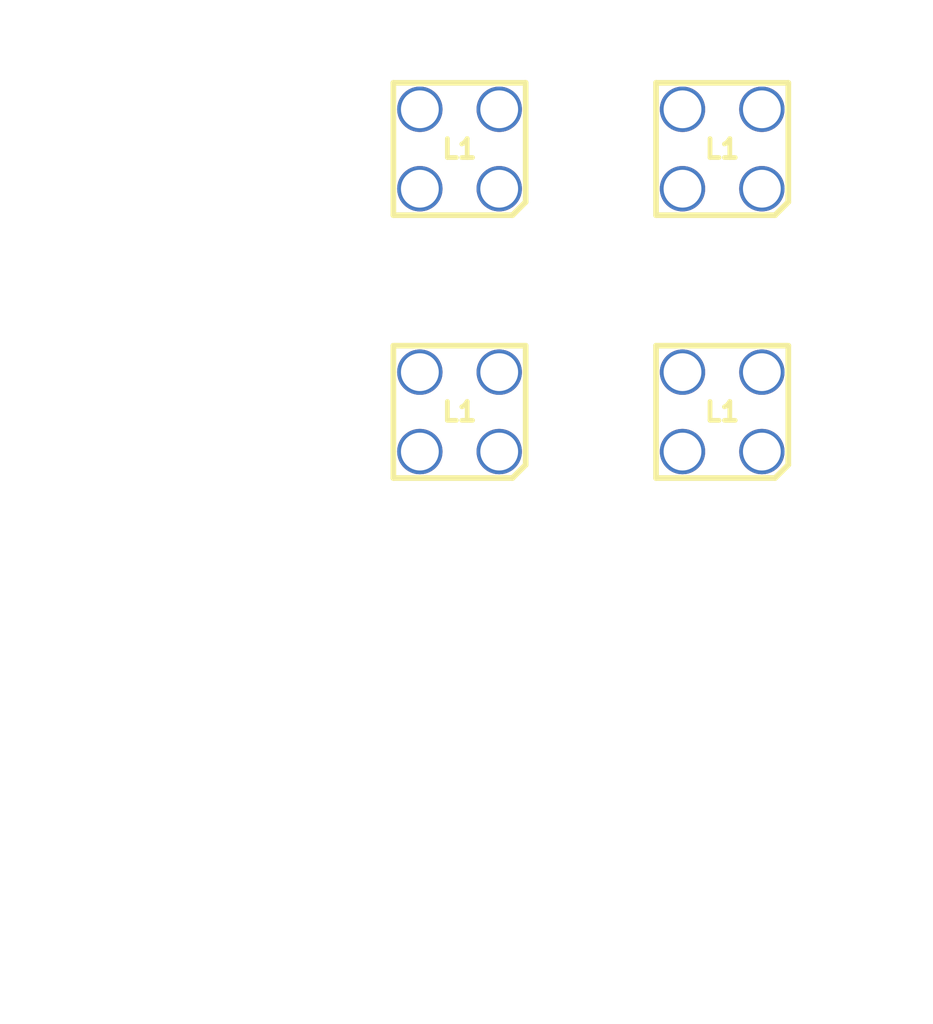
<source format=kicad_pcb>
(kicad_pcb (version 20171130) (host pcbnew "(5.1.6)-1")

  (general
    (thickness 1.6)
    (drawings 48)
    (tracks 0)
    (zones 0)
    (modules 16)
    (nets 1)
  )

  (page A4)
  (layers
    (0 F.Cu signal hide)
    (31 B.Cu signal hide)
    (32 B.Adhes user hide)
    (33 F.Adhes user hide)
    (34 B.Paste user hide)
    (35 F.Paste user hide)
    (36 B.SilkS user hide)
    (37 F.SilkS user hide)
    (38 B.Mask user hide)
    (39 F.Mask user hide)
    (40 Dwgs.User user)
    (41 Cmts.User user hide)
    (42 Eco1.User user hide)
    (43 Eco2.User user hide)
    (44 Edge.Cuts user hide)
    (45 Margin user hide)
    (46 B.CrtYd user hide)
    (47 F.CrtYd user hide)
    (48 B.Fab user hide)
    (49 F.Fab user hide)
  )

  (setup
    (last_trace_width 0.25)
    (trace_clearance 0.2)
    (zone_clearance 0.508)
    (zone_45_only no)
    (trace_min 0.2)
    (via_size 0.8)
    (via_drill 0.4)
    (via_min_size 0.4)
    (via_min_drill 0.3)
    (uvia_size 0.3)
    (uvia_drill 0.1)
    (uvias_allowed no)
    (uvia_min_size 0.2)
    (uvia_min_drill 0.1)
    (edge_width 0.05)
    (segment_width 0.2)
    (pcb_text_width 0.3)
    (pcb_text_size 1.5 1.5)
    (mod_edge_width 0.12)
    (mod_text_size 1 1)
    (mod_text_width 0.15)
    (pad_size 1.524 1.524)
    (pad_drill 0.762)
    (pad_to_mask_clearance 0.05)
    (aux_axis_origin 0 0)
    (visible_elements 7FFFFFFF)
    (pcbplotparams
      (layerselection 0x010fc_ffffffff)
      (usegerberextensions false)
      (usegerberattributes true)
      (usegerberadvancedattributes true)
      (creategerberjobfile true)
      (excludeedgelayer true)
      (linewidth 0.100000)
      (plotframeref false)
      (viasonmask false)
      (mode 1)
      (useauxorigin false)
      (hpglpennumber 1)
      (hpglpenspeed 20)
      (hpglpendiameter 15.000000)
      (psnegative false)
      (psa4output false)
      (plotreference true)
      (plotvalue true)
      (plotinvisibletext false)
      (padsonsilk false)
      (subtractmaskfromsilk false)
      (outputformat 1)
      (mirror false)
      (drillshape 1)
      (scaleselection 1)
      (outputdirectory ""))
  )

  (net 0 "")

  (net_class Default "This is the default net class."
    (clearance 0.2)
    (trace_width 0.25)
    (via_dia 0.8)
    (via_drill 0.4)
    (uvia_dia 0.3)
    (uvia_drill 0.1)
  )

  (module WoodElf_Lib:LED_NeoPixel_3535_SK6812MINI (layer F.Cu) (tedit 5F351992) (tstamp 5F358165)
    (at -3.465 -16.185)
    (descr https://cdn-shop.adafruit.com/product-files/2686/SK6812MINI_REV.01-1-2.pdf)
    (tags "LED RGB NeoPixel Mini")
    (attr smd)
    (fp_text reference L1 (at 0 0) (layer F.SilkS)
      (effects (font (size 0.5 0.5) (thickness 0.125)))
    )
    (fp_text value NeoPixel3535 (at 0 3.25) (layer F.Fab)
      (effects (font (size 1 1) (thickness 0.15)))
    )
    (fp_line (start -1.75 -1.75) (end -1.75 1.75) (layer Dwgs.User) (width 0.05))
    (fp_line (start -1.75 1.75) (end 1.75 1.75) (layer Dwgs.User) (width 0.05))
    (fp_line (start 1.75 1.75) (end 1.75 -1.75) (layer Dwgs.User) (width 0.05))
    (fp_line (start 1.75 -1.75) (end -1.75 -1.75) (layer Dwgs.User) (width 0.05))
    (fp_line (start 1.75 0.75) (end 0.75 1.75) (layer F.Fab) (width 0.1))
    (fp_line (start -1.75 -1.75) (end -1.75 1.75) (layer F.Fab) (width 0.1))
    (fp_line (start -1.75 1.75) (end 1.75 1.75) (layer F.Fab) (width 0.1))
    (fp_line (start 1.75 1.75) (end 1.75 -1.75) (layer F.Fab) (width 0.1))
    (fp_line (start 1.75 -1.75) (end -1.75 -1.75) (layer F.Fab) (width 0.1))
    (fp_circle (center 0 0) (end 0 -1.5) (layer F.Fab) (width 0.1))
    (fp_line (start 1.75 -1.75) (end 1.75 1.4) (layer F.SilkS) (width 0.15))
    (fp_line (start 1.4 1.75) (end -1.75 1.75) (layer F.SilkS) (width 0.15))
    (fp_line (start -1.75 1.75) (end -1.75 -1.75) (layer F.SilkS) (width 0.15))
    (fp_line (start -1.75 -1.75) (end 1.75 -1.75) (layer F.SilkS) (width 0.15))
    (fp_line (start 1.4 1.75) (end 1.75 1.4) (layer F.SilkS) (width 0.15))
    (fp_text user %R (at 0 0) (layer F.Fab)
      (effects (font (size 0.5 0.5) (thickness 0.1)))
    )
    (pad 1 thru_hole circle (at -1.05 -1.05) (size 1.2 1.2) (drill 1) (layers *.Cu *.Mask)
      (solder_mask_margin 0.1) (clearance 0.1))
    (pad 2 thru_hole circle (at -1.05 1.05) (size 1.2 1.2) (drill 1) (layers *.Cu *.Mask)
      (solder_mask_margin 0.1) (clearance 0.1))
    (pad 3 thru_hole circle (at 1.05 1.05) (size 1.2 1.2) (drill 1) (layers *.Cu *.Mask)
      (solder_mask_margin 0.1) (clearance 0.1))
    (pad 4 thru_hole circle (at 1.05 -1.05) (size 1.2 1.2) (drill 1) (layers *.Cu *.Mask)
      (solder_mask_margin 0.1) (clearance 0.1))
    (model ${KISYS3DMOD}/LED_SMD.3dshapes/LED_SK6812MINI_PLCC4_3.5x3.5mm_P1.75mm.wrl
      (at (xyz 0 0 0))
      (scale (xyz 1 1 1))
      (rotate (xyz 0 0 0))
    )
  )

  (module WoodElf_Lib:LED_NeoPixel_3535_SK6812MINI (layer F.Cu) (tedit 5F351992) (tstamp 5F3581EF)
    (at 3.485 -16.185)
    (descr https://cdn-shop.adafruit.com/product-files/2686/SK6812MINI_REV.01-1-2.pdf)
    (tags "LED RGB NeoPixel Mini")
    (attr smd)
    (fp_text reference L1 (at 0 0) (layer F.SilkS)
      (effects (font (size 0.5 0.5) (thickness 0.125)))
    )
    (fp_text value NeoPixel3535 (at 0 3.25) (layer F.Fab)
      (effects (font (size 1 1) (thickness 0.15)))
    )
    (fp_line (start 1.4 1.75) (end 1.75 1.4) (layer F.SilkS) (width 0.15))
    (fp_line (start -1.75 -1.75) (end 1.75 -1.75) (layer F.SilkS) (width 0.15))
    (fp_line (start -1.75 1.75) (end -1.75 -1.75) (layer F.SilkS) (width 0.15))
    (fp_line (start 1.4 1.75) (end -1.75 1.75) (layer F.SilkS) (width 0.15))
    (fp_line (start 1.75 -1.75) (end 1.75 1.4) (layer F.SilkS) (width 0.15))
    (fp_circle (center 0 0) (end 0 -1.5) (layer F.Fab) (width 0.1))
    (fp_line (start 1.75 -1.75) (end -1.75 -1.75) (layer F.Fab) (width 0.1))
    (fp_line (start 1.75 1.75) (end 1.75 -1.75) (layer F.Fab) (width 0.1))
    (fp_line (start -1.75 1.75) (end 1.75 1.75) (layer F.Fab) (width 0.1))
    (fp_line (start -1.75 -1.75) (end -1.75 1.75) (layer F.Fab) (width 0.1))
    (fp_line (start 1.75 0.75) (end 0.75 1.75) (layer F.Fab) (width 0.1))
    (fp_line (start 1.75 -1.75) (end -1.75 -1.75) (layer Dwgs.User) (width 0.05))
    (fp_line (start 1.75 1.75) (end 1.75 -1.75) (layer Dwgs.User) (width 0.05))
    (fp_line (start -1.75 1.75) (end 1.75 1.75) (layer Dwgs.User) (width 0.05))
    (fp_line (start -1.75 -1.75) (end -1.75 1.75) (layer Dwgs.User) (width 0.05))
    (fp_text user %R (at 0 0) (layer F.Fab)
      (effects (font (size 0.5 0.5) (thickness 0.1)))
    )
    (pad 4 thru_hole circle (at 1.05 -1.05) (size 1.2 1.2) (drill 1) (layers *.Cu *.Mask)
      (solder_mask_margin 0.1) (clearance 0.1))
    (pad 3 thru_hole circle (at 1.05 1.05) (size 1.2 1.2) (drill 1) (layers *.Cu *.Mask)
      (solder_mask_margin 0.1) (clearance 0.1))
    (pad 2 thru_hole circle (at -1.05 1.05) (size 1.2 1.2) (drill 1) (layers *.Cu *.Mask)
      (solder_mask_margin 0.1) (clearance 0.1))
    (pad 1 thru_hole circle (at -1.05 -1.05) (size 1.2 1.2) (drill 1) (layers *.Cu *.Mask)
      (solder_mask_margin 0.1) (clearance 0.1))
    (model ${KISYS3DMOD}/LED_SMD.3dshapes/LED_SK6812MINI_PLCC4_3.5x3.5mm_P1.75mm.wrl
      (at (xyz 0 0 0))
      (scale (xyz 1 1 1))
      (rotate (xyz 0 0 0))
    )
  )

  (module WoodElf_Lib:LED_NeoPixel_3535_SK6812MINI (layer F.Cu) (tedit 5F351992) (tstamp 5F358234)
    (at 3.485 -23.135)
    (descr https://cdn-shop.adafruit.com/product-files/2686/SK6812MINI_REV.01-1-2.pdf)
    (tags "LED RGB NeoPixel Mini")
    (attr smd)
    (fp_text reference L1 (at 0 0) (layer F.SilkS)
      (effects (font (size 0.5 0.5) (thickness 0.125)))
    )
    (fp_text value NeoPixel3535 (at 0 3.25) (layer F.Fab)
      (effects (font (size 1 1) (thickness 0.15)))
    )
    (fp_line (start -1.75 -1.75) (end -1.75 1.75) (layer Dwgs.User) (width 0.05))
    (fp_line (start -1.75 1.75) (end 1.75 1.75) (layer Dwgs.User) (width 0.05))
    (fp_line (start 1.75 1.75) (end 1.75 -1.75) (layer Dwgs.User) (width 0.05))
    (fp_line (start 1.75 -1.75) (end -1.75 -1.75) (layer Dwgs.User) (width 0.05))
    (fp_line (start 1.75 0.75) (end 0.75 1.75) (layer F.Fab) (width 0.1))
    (fp_line (start -1.75 -1.75) (end -1.75 1.75) (layer F.Fab) (width 0.1))
    (fp_line (start -1.75 1.75) (end 1.75 1.75) (layer F.Fab) (width 0.1))
    (fp_line (start 1.75 1.75) (end 1.75 -1.75) (layer F.Fab) (width 0.1))
    (fp_line (start 1.75 -1.75) (end -1.75 -1.75) (layer F.Fab) (width 0.1))
    (fp_circle (center 0 0) (end 0 -1.5) (layer F.Fab) (width 0.1))
    (fp_line (start 1.75 -1.75) (end 1.75 1.4) (layer F.SilkS) (width 0.15))
    (fp_line (start 1.4 1.75) (end -1.75 1.75) (layer F.SilkS) (width 0.15))
    (fp_line (start -1.75 1.75) (end -1.75 -1.75) (layer F.SilkS) (width 0.15))
    (fp_line (start -1.75 -1.75) (end 1.75 -1.75) (layer F.SilkS) (width 0.15))
    (fp_line (start 1.4 1.75) (end 1.75 1.4) (layer F.SilkS) (width 0.15))
    (fp_text user %R (at 0 0) (layer F.Fab)
      (effects (font (size 0.5 0.5) (thickness 0.1)))
    )
    (pad 1 thru_hole circle (at -1.05 -1.05) (size 1.2 1.2) (drill 1) (layers *.Cu *.Mask)
      (solder_mask_margin 0.1) (clearance 0.1))
    (pad 2 thru_hole circle (at -1.05 1.05) (size 1.2 1.2) (drill 1) (layers *.Cu *.Mask)
      (solder_mask_margin 0.1) (clearance 0.1))
    (pad 3 thru_hole circle (at 1.05 1.05) (size 1.2 1.2) (drill 1) (layers *.Cu *.Mask)
      (solder_mask_margin 0.1) (clearance 0.1))
    (pad 4 thru_hole circle (at 1.05 -1.05) (size 1.2 1.2) (drill 1) (layers *.Cu *.Mask)
      (solder_mask_margin 0.1) (clearance 0.1))
    (model ${KISYS3DMOD}/LED_SMD.3dshapes/LED_SK6812MINI_PLCC4_3.5x3.5mm_P1.75mm.wrl
      (at (xyz 0 0 0))
      (scale (xyz 1 1 1))
      (rotate (xyz 0 0 0))
    )
  )

  (module WoodElf_Lib:LED_NeoPixel_3535_SK6812MINI (layer F.Cu) (tedit 5F351992) (tstamp 5F3581AA)
    (at -3.465 -23.135)
    (descr https://cdn-shop.adafruit.com/product-files/2686/SK6812MINI_REV.01-1-2.pdf)
    (tags "LED RGB NeoPixel Mini")
    (attr smd)
    (fp_text reference L1 (at 0 0) (layer F.SilkS)
      (effects (font (size 0.5 0.5) (thickness 0.125)))
    )
    (fp_text value NeoPixel3535 (at 0 3.25) (layer F.Fab)
      (effects (font (size 1 1) (thickness 0.15)))
    )
    (fp_line (start 1.4 1.75) (end 1.75 1.4) (layer F.SilkS) (width 0.15))
    (fp_line (start -1.75 -1.75) (end 1.75 -1.75) (layer F.SilkS) (width 0.15))
    (fp_line (start -1.75 1.75) (end -1.75 -1.75) (layer F.SilkS) (width 0.15))
    (fp_line (start 1.4 1.75) (end -1.75 1.75) (layer F.SilkS) (width 0.15))
    (fp_line (start 1.75 -1.75) (end 1.75 1.4) (layer F.SilkS) (width 0.15))
    (fp_circle (center 0 0) (end 0 -1.5) (layer F.Fab) (width 0.1))
    (fp_line (start 1.75 -1.75) (end -1.75 -1.75) (layer F.Fab) (width 0.1))
    (fp_line (start 1.75 1.75) (end 1.75 -1.75) (layer F.Fab) (width 0.1))
    (fp_line (start -1.75 1.75) (end 1.75 1.75) (layer F.Fab) (width 0.1))
    (fp_line (start -1.75 -1.75) (end -1.75 1.75) (layer F.Fab) (width 0.1))
    (fp_line (start 1.75 0.75) (end 0.75 1.75) (layer F.Fab) (width 0.1))
    (fp_line (start 1.75 -1.75) (end -1.75 -1.75) (layer Dwgs.User) (width 0.05))
    (fp_line (start 1.75 1.75) (end 1.75 -1.75) (layer Dwgs.User) (width 0.05))
    (fp_line (start -1.75 1.75) (end 1.75 1.75) (layer Dwgs.User) (width 0.05))
    (fp_line (start -1.75 -1.75) (end -1.75 1.75) (layer Dwgs.User) (width 0.05))
    (fp_text user %R (at 0 0) (layer F.Fab)
      (effects (font (size 0.5 0.5) (thickness 0.1)))
    )
    (pad 4 thru_hole circle (at 1.05 -1.05) (size 1.2 1.2) (drill 1) (layers *.Cu *.Mask)
      (solder_mask_margin 0.1) (clearance 0.1))
    (pad 3 thru_hole circle (at 1.05 1.05) (size 1.2 1.2) (drill 1) (layers *.Cu *.Mask)
      (solder_mask_margin 0.1) (clearance 0.1))
    (pad 2 thru_hole circle (at -1.05 1.05) (size 1.2 1.2) (drill 1) (layers *.Cu *.Mask)
      (solder_mask_margin 0.1) (clearance 0.1))
    (pad 1 thru_hole circle (at -1.05 -1.05) (size 1.2 1.2) (drill 1) (layers *.Cu *.Mask)
      (solder_mask_margin 0.1) (clearance 0.1))
    (model ${KISYS3DMOD}/LED_SMD.3dshapes/LED_SK6812MINI_PLCC4_3.5x3.5mm_P1.75mm.wrl
      (at (xyz 0 0 0))
      (scale (xyz 1 1 1))
      (rotate (xyz 0 0 0))
    )
  )

  (module WoodElf_Lib:LED_SK6812MINI_PLCC4_3.5x3.5mm_P1.75mm (layer F.Cu) (tedit 5D295DCD) (tstamp 5F33CA5D)
    (at 75 25.5)
    (descr https://cdn-shop.adafruit.com/product-files/2686/SK6812MINI_REV.01-1-2.pdf)
    (tags "LED RGB NeoPixel Mini")
    (attr smd)
    (fp_text reference L1 (at 2.159 -2.413) (layer B.SilkS)
      (effects (font (size 0.5 0.5) (thickness 0.125)))
    )
    (fp_text value SK6812MINI (at 0 3.25) (layer F.Fab)
      (effects (font (size 1 1) (thickness 0.15)))
    )
    (fp_line (start 2.413 1.5748) (end 2.413 1.4224) (layer B.SilkS) (width 0.15))
    (fp_line (start 2.413 0.3556) (end 2.413 -0.3556) (layer B.SilkS) (width 0.15))
    (fp_line (start 2.413 -1.4224) (end 2.413 -1.9812) (layer B.SilkS) (width 0.15))
    (fp_line (start -2.3495 2.1844) (end -2.3495 1.4224) (layer B.SilkS) (width 0.15))
    (fp_line (start -2.3495 0.3556) (end -2.3495 -0.3556) (layer B.SilkS) (width 0.15))
    (fp_line (start 2.5908 -1.8542) (end -2.5908 -1.8542) (layer B.CrtYd) (width 0.05))
    (fp_line (start 2.5908 1.8542) (end 2.5908 -1.8542) (layer B.CrtYd) (width 0.05))
    (fp_line (start -2.5908 1.8542) (end 2.5908 1.8542) (layer B.CrtYd) (width 0.05))
    (fp_line (start -2.5908 -1.8542) (end -2.5908 1.8542) (layer B.CrtYd) (width 0.05))
    (fp_line (start 1.75 0.75) (end 0.75 1.75) (layer F.Fab) (width 0.1))
    (fp_line (start -1.75 -1.75) (end -1.75 1.75) (layer F.Fab) (width 0.1))
    (fp_line (start -1.75 1.75) (end 1.75 1.75) (layer F.Fab) (width 0.1))
    (fp_line (start 1.75 1.75) (end 1.75 -1.75) (layer F.Fab) (width 0.1))
    (fp_line (start 1.75 -1.75) (end -1.75 -1.75) (layer F.Fab) (width 0.1))
    (fp_circle (center 0 0) (end 0 -1.5) (layer F.Fab) (width 0.1))
    (fp_line (start -2.3495 -1.9812) (end 2.413 -1.9812) (layer B.SilkS) (width 0.15))
    (fp_line (start 1.8034 2.1844) (end -2.3495 2.1844) (layer B.SilkS) (width 0.15))
    (fp_line (start -2.3495 -1.4224) (end -2.3495 -1.9812) (layer B.SilkS) (width 0.15))
    (fp_line (start 2.413 1.5748) (end 1.8034 2.1844) (layer B.SilkS) (width 0.15))
    (fp_line (start -1.8542 -1.8542) (end -1.8542 1.8458) (layer F.Fab) (width 0.05))
    (fp_line (start -1.8542 -1.8542) (end 1.8458 -1.8542) (layer F.Fab) (width 0.05))
    (fp_line (start 1.8458 1.8458) (end 1.8458 -1.8542) (layer F.Fab) (width 0.05))
    (fp_line (start 1.8458 1.8458) (end -1.8542 1.8458) (layer F.Fab) (width 0.05))
    (fp_line (start 2.1 -2.1) (end 2.1 1.7) (layer F.SilkS) (width 0.15))
    (fp_line (start 1.7 2.1) (end -2.05 2.1) (layer F.SilkS) (width 0.15))
    (fp_line (start -2.05 2.1) (end -2.05 -2.1) (layer F.SilkS) (width 0.15))
    (fp_line (start -2.05 -2.1) (end 2.1 -2.1) (layer F.SilkS) (width 0.15))
    (fp_line (start 1.7 2.1) (end 2.1 1.7) (layer F.SilkS) (width 0.15))
    (fp_text user %R (at 0 0) (layer F.Fab)
      (effects (font (size 0.5 0.5) (thickness 0.1)))
    )
    (pad "" np_thru_hole rect (at 1.1 0 180) (size 1.5 2.7) (drill oval 1.5 2.7) (layers *.Cu *.Mask)
      (solder_mask_margin 0.01) (clearance 0.01))
    (pad "" np_thru_hole oval (at 0 -1.6256 90) (size 0.508 3.7) (drill oval 0.508 3.7) (layers *.Cu *.Mask)
      (solder_mask_margin 0.01) (clearance 0.01))
    (pad "" np_thru_hole oval (at 0 1.6256 90) (size 0.508 3.7) (drill oval 0.508 3.7) (layers *.Cu *.Mask)
      (solder_mask_margin 0.01) (clearance 0.01))
    (pad "" np_thru_hole rect (at -1.1 0 180) (size 1.5 2.7) (drill oval 1.5 2.7) (layers *.Cu *.Mask)
      (solder_mask_margin 0.01) (clearance 0.01))
    (pad 4 smd rect (at 2.4765 -0.889) (size 1.1 0.9) (layers B.Cu B.Paste B.Mask)
      (solder_mask_margin 0.05) (clearance 0.05))
    (pad 3 smd rect (at 2.4765 0.889) (size 1.1 0.9) (layers B.Cu B.Paste B.Mask)
      (solder_mask_margin 0.05) (clearance 0.05))
    (pad 2 smd rect (at -2.4765 0.889) (size 1.1 0.9) (layers B.Cu B.Paste B.Mask)
      (solder_mask_margin 0.05) (clearance 0.05))
    (pad 1 smd rect (at -2.4765 -0.889) (size 1.1 0.9) (layers B.Cu B.Paste B.Mask)
      (solder_mask_margin 0.05) (clearance 0.05))
    (model ${KISYS3DMOD}/LED_SMD.3dshapes/LED_SK6812MINI_PLCC4_3.5x3.5mm_P1.75mm.wrl
      (at (xyz 0 0 0))
      (scale (xyz 1 1 1))
      (rotate (xyz 0 0 0))
    )
  )

  (module WoodElf_Lib:LED_SK6812MINI_PLCC4_3.5x3.5mm_P1.75mm (layer F.Cu) (tedit 5D295DCD) (tstamp 5F33C81B)
    (at 69 25)
    (descr https://cdn-shop.adafruit.com/product-files/2686/SK6812MINI_REV.01-1-2.pdf)
    (tags "LED RGB NeoPixel Mini")
    (attr smd)
    (fp_text reference L1 (at 2.159 -2.413) (layer B.SilkS)
      (effects (font (size 0.5 0.5) (thickness 0.125)))
    )
    (fp_text value SK6812MINI (at 0 3.25) (layer F.Fab)
      (effects (font (size 1 1) (thickness 0.15)))
    )
    (fp_line (start 1.7 2.1) (end 2.1 1.7) (layer F.SilkS) (width 0.15))
    (fp_line (start -2.05 -2.1) (end 2.1 -2.1) (layer F.SilkS) (width 0.15))
    (fp_line (start -2.05 2.1) (end -2.05 -2.1) (layer F.SilkS) (width 0.15))
    (fp_line (start 1.7 2.1) (end -2.05 2.1) (layer F.SilkS) (width 0.15))
    (fp_line (start 2.1 -2.1) (end 2.1 1.7) (layer F.SilkS) (width 0.15))
    (fp_line (start 1.8458 1.8458) (end -1.8542 1.8458) (layer F.Fab) (width 0.05))
    (fp_line (start 1.8458 1.8458) (end 1.8458 -1.8542) (layer F.Fab) (width 0.05))
    (fp_line (start -1.8542 -1.8542) (end 1.8458 -1.8542) (layer F.Fab) (width 0.05))
    (fp_line (start -1.8542 -1.8542) (end -1.8542 1.8458) (layer F.Fab) (width 0.05))
    (fp_line (start 2.413 1.5748) (end 1.8034 2.1844) (layer B.SilkS) (width 0.15))
    (fp_line (start -2.3495 -1.4224) (end -2.3495 -1.9812) (layer B.SilkS) (width 0.15))
    (fp_line (start 1.8034 2.1844) (end -2.3495 2.1844) (layer B.SilkS) (width 0.15))
    (fp_line (start -2.3495 -1.9812) (end 2.413 -1.9812) (layer B.SilkS) (width 0.15))
    (fp_circle (center 0 0) (end 0 -1.5) (layer F.Fab) (width 0.1))
    (fp_line (start 1.75 -1.75) (end -1.75 -1.75) (layer F.Fab) (width 0.1))
    (fp_line (start 1.75 1.75) (end 1.75 -1.75) (layer F.Fab) (width 0.1))
    (fp_line (start -1.75 1.75) (end 1.75 1.75) (layer F.Fab) (width 0.1))
    (fp_line (start -1.75 -1.75) (end -1.75 1.75) (layer F.Fab) (width 0.1))
    (fp_line (start 1.75 0.75) (end 0.75 1.75) (layer F.Fab) (width 0.1))
    (fp_line (start -2.5908 -1.8542) (end -2.5908 1.8542) (layer B.CrtYd) (width 0.05))
    (fp_line (start -2.5908 1.8542) (end 2.5908 1.8542) (layer B.CrtYd) (width 0.05))
    (fp_line (start 2.5908 1.8542) (end 2.5908 -1.8542) (layer B.CrtYd) (width 0.05))
    (fp_line (start 2.5908 -1.8542) (end -2.5908 -1.8542) (layer B.CrtYd) (width 0.05))
    (fp_line (start -2.3495 0.3556) (end -2.3495 -0.3556) (layer B.SilkS) (width 0.15))
    (fp_line (start -2.3495 2.1844) (end -2.3495 1.4224) (layer B.SilkS) (width 0.15))
    (fp_line (start 2.413 -1.4224) (end 2.413 -1.9812) (layer B.SilkS) (width 0.15))
    (fp_line (start 2.413 0.3556) (end 2.413 -0.3556) (layer B.SilkS) (width 0.15))
    (fp_line (start 2.413 1.5748) (end 2.413 1.4224) (layer B.SilkS) (width 0.15))
    (fp_text user %R (at 0 0) (layer F.Fab)
      (effects (font (size 0.5 0.5) (thickness 0.1)))
    )
    (pad 1 smd rect (at -2.4765 -0.889) (size 1.1 0.9) (layers B.Cu B.Paste B.Mask)
      (solder_mask_margin 0.05) (clearance 0.05))
    (pad 2 smd rect (at -2.4765 0.889) (size 1.1 0.9) (layers B.Cu B.Paste B.Mask)
      (solder_mask_margin 0.05) (clearance 0.05))
    (pad 3 smd rect (at 2.4765 0.889) (size 1.1 0.9) (layers B.Cu B.Paste B.Mask)
      (solder_mask_margin 0.05) (clearance 0.05))
    (pad 4 smd rect (at 2.4765 -0.889) (size 1.1 0.9) (layers B.Cu B.Paste B.Mask)
      (solder_mask_margin 0.05) (clearance 0.05))
    (pad "" np_thru_hole rect (at -1.1 0 180) (size 1.5 2.7) (drill oval 1.5 2.7) (layers *.Cu *.Mask)
      (solder_mask_margin 0.01) (clearance 0.01))
    (pad "" np_thru_hole oval (at 0 1.6256 90) (size 0.508 3.7) (drill oval 0.508 3.7) (layers *.Cu *.Mask)
      (solder_mask_margin 0.01) (clearance 0.01))
    (pad "" np_thru_hole oval (at 0 -1.6256 90) (size 0.508 3.7) (drill oval 0.508 3.7) (layers *.Cu *.Mask)
      (solder_mask_margin 0.01) (clearance 0.01))
    (pad "" np_thru_hole rect (at 1.1 0 180) (size 1.5 2.7) (drill oval 1.5 2.7) (layers *.Cu *.Mask)
      (solder_mask_margin 0.01) (clearance 0.01))
    (model ${KISYS3DMOD}/LED_SMD.3dshapes/LED_SK6812MINI_PLCC4_3.5x3.5mm_P1.75mm.wrl
      (at (xyz 0 0 0))
      (scale (xyz 1 1 1))
      (rotate (xyz 0 0 0))
    )
  )

  (module WoodElf_Lib:LED_NeoPixel_3535_SK6812MINI (layer F.Cu) (tedit 5F314399) (tstamp 5F34BCA0)
    (at 68.9 46.7)
    (descr https://cdn-shop.adafruit.com/product-files/2686/SK6812MINI_REV.01-1-2.pdf)
    (tags "LED RGB NeoPixel Mini")
    (attr smd)
    (fp_text reference L1 (at 0 0) (layer F.SilkS)
      (effects (font (size 0.5 0.5) (thickness 0.125)))
    )
    (fp_text value NeoPixel3535 (at 0 3.25) (layer F.Fab)
      (effects (font (size 1 1) (thickness 0.15)))
    )
    (fp_line (start 1.4 1.75) (end 1.75 1.4) (layer F.SilkS) (width 0.15))
    (fp_line (start -1.75 -1.75) (end 1.75 -1.75) (layer F.SilkS) (width 0.15))
    (fp_line (start -1.75 1.75) (end -1.75 -1.75) (layer F.SilkS) (width 0.15))
    (fp_line (start 1.4 1.75) (end -1.75 1.75) (layer F.SilkS) (width 0.15))
    (fp_line (start 1.75 -1.75) (end 1.75 1.4) (layer F.SilkS) (width 0.15))
    (fp_circle (center 0 0) (end 0 -1.5) (layer F.Fab) (width 0.1))
    (fp_line (start 1.75 -1.75) (end -1.75 -1.75) (layer F.Fab) (width 0.1))
    (fp_line (start 1.75 1.75) (end 1.75 -1.75) (layer F.Fab) (width 0.1))
    (fp_line (start -1.75 1.75) (end 1.75 1.75) (layer F.Fab) (width 0.1))
    (fp_line (start -1.75 -1.75) (end -1.75 1.75) (layer F.Fab) (width 0.1))
    (fp_line (start 1.75 0.75) (end 0.75 1.75) (layer F.Fab) (width 0.1))
    (fp_text user %R (at 0 0) (layer F.Fab)
      (effects (font (size 0.5 0.5) (thickness 0.1)))
    )
    (pad 1 thru_hole circle (at -1.05 -1.05) (size 1.2 1.2) (drill 1) (layers *.Cu *.Mask)
      (solder_mask_margin 0.1) (clearance 0.1))
    (pad 2 thru_hole circle (at -1.05 1.05) (size 1.2 1.2) (drill 1) (layers *.Cu *.Mask)
      (solder_mask_margin 0.1) (clearance 0.1))
    (pad 3 thru_hole circle (at 1.05 1.05) (size 1.2 1.2) (drill 1) (layers *.Cu *.Mask)
      (solder_mask_margin 0.1) (clearance 0.1))
    (pad 4 thru_hole circle (at 1.05 -1.05) (size 1.2 1.2) (drill 1) (layers *.Cu *.Mask)
      (solder_mask_margin 0.1) (clearance 0.1))
    (model ${KISYS3DMOD}/LED_SMD.3dshapes/LED_SK6812MINI_PLCC4_3.5x3.5mm_P1.75mm.wrl
      (at (xyz 0 0 0))
      (scale (xyz 1 1 1))
      (rotate (xyz 0 0 0))
    )
  )

  (module WoodElf_Lib:LED_NeoPixel_3535_SK6812MINI (layer F.Cu) (tedit 5F314399) (tstamp 5F34BC67)
    (at 73.7 42.9)
    (descr https://cdn-shop.adafruit.com/product-files/2686/SK6812MINI_REV.01-1-2.pdf)
    (tags "LED RGB NeoPixel Mini")
    (attr smd)
    (fp_text reference L1 (at 0 0) (layer F.SilkS)
      (effects (font (size 0.5 0.5) (thickness 0.125)))
    )
    (fp_text value NeoPixel3535 (at 0 3.25) (layer F.Fab)
      (effects (font (size 1 1) (thickness 0.15)))
    )
    (fp_line (start 1.75 0.75) (end 0.75 1.75) (layer F.Fab) (width 0.1))
    (fp_line (start -1.75 -1.75) (end -1.75 1.75) (layer F.Fab) (width 0.1))
    (fp_line (start -1.75 1.75) (end 1.75 1.75) (layer F.Fab) (width 0.1))
    (fp_line (start 1.75 1.75) (end 1.75 -1.75) (layer F.Fab) (width 0.1))
    (fp_line (start 1.75 -1.75) (end -1.75 -1.75) (layer F.Fab) (width 0.1))
    (fp_circle (center 0 0) (end 0 -1.5) (layer F.Fab) (width 0.1))
    (fp_line (start 1.75 -1.75) (end 1.75 1.4) (layer F.SilkS) (width 0.15))
    (fp_line (start 1.4 1.75) (end -1.75 1.75) (layer F.SilkS) (width 0.15))
    (fp_line (start -1.75 1.75) (end -1.75 -1.75) (layer F.SilkS) (width 0.15))
    (fp_line (start -1.75 -1.75) (end 1.75 -1.75) (layer F.SilkS) (width 0.15))
    (fp_line (start 1.4 1.75) (end 1.75 1.4) (layer F.SilkS) (width 0.15))
    (fp_text user %R (at 0 0) (layer F.Fab)
      (effects (font (size 0.5 0.5) (thickness 0.1)))
    )
    (pad 4 thru_hole circle (at 1.05 -1.05) (size 1.2 1.2) (drill 1) (layers *.Cu *.Mask)
      (solder_mask_margin 0.1) (clearance 0.1))
    (pad 3 thru_hole circle (at 1.05 1.05) (size 1.2 1.2) (drill 1) (layers *.Cu *.Mask)
      (solder_mask_margin 0.1) (clearance 0.1))
    (pad 2 thru_hole circle (at -1.05 1.05) (size 1.2 1.2) (drill 1) (layers *.Cu *.Mask)
      (solder_mask_margin 0.1) (clearance 0.1))
    (pad 1 thru_hole circle (at -1.05 -1.05) (size 1.2 1.2) (drill 1) (layers *.Cu *.Mask)
      (solder_mask_margin 0.1) (clearance 0.1))
    (model ${KISYS3DMOD}/LED_SMD.3dshapes/LED_SK6812MINI_PLCC4_3.5x3.5mm_P1.75mm.wrl
      (at (xyz 0 0 0))
      (scale (xyz 1 1 1))
      (rotate (xyz 0 0 0))
    )
  )

  (module WoodElf_Lib:LED_NeoPixel_3535_SK6812MINI (layer F.Cu) (tedit 5F314399) (tstamp 5F34BBF5)
    (at 68.9 42.9)
    (descr https://cdn-shop.adafruit.com/product-files/2686/SK6812MINI_REV.01-1-2.pdf)
    (tags "LED RGB NeoPixel Mini")
    (attr smd)
    (fp_text reference L1 (at 0 0) (layer F.SilkS)
      (effects (font (size 0.5 0.5) (thickness 0.125)))
    )
    (fp_text value NeoPixel3535 (at 0 3.25) (layer F.Fab)
      (effects (font (size 1 1) (thickness 0.15)))
    )
    (fp_line (start 1.75 0.75) (end 0.75 1.75) (layer F.Fab) (width 0.1))
    (fp_line (start -1.75 -1.75) (end -1.75 1.75) (layer F.Fab) (width 0.1))
    (fp_line (start -1.75 1.75) (end 1.75 1.75) (layer F.Fab) (width 0.1))
    (fp_line (start 1.75 1.75) (end 1.75 -1.75) (layer F.Fab) (width 0.1))
    (fp_line (start 1.75 -1.75) (end -1.75 -1.75) (layer F.Fab) (width 0.1))
    (fp_circle (center 0 0) (end 0 -1.5) (layer F.Fab) (width 0.1))
    (fp_line (start 1.75 -1.75) (end 1.75 1.4) (layer F.SilkS) (width 0.15))
    (fp_line (start 1.4 1.75) (end -1.75 1.75) (layer F.SilkS) (width 0.15))
    (fp_line (start -1.75 1.75) (end -1.75 -1.75) (layer F.SilkS) (width 0.15))
    (fp_line (start -1.75 -1.75) (end 1.75 -1.75) (layer F.SilkS) (width 0.15))
    (fp_line (start 1.4 1.75) (end 1.75 1.4) (layer F.SilkS) (width 0.15))
    (fp_text user %R (at 0 0) (layer F.Fab)
      (effects (font (size 0.5 0.5) (thickness 0.1)))
    )
    (pad 4 thru_hole circle (at 1.05 -1.05) (size 1.2 1.2) (drill 1) (layers *.Cu *.Mask)
      (solder_mask_margin 0.1) (clearance 0.1))
    (pad 3 thru_hole circle (at 1.05 1.05) (size 1.2 1.2) (drill 1) (layers *.Cu *.Mask)
      (solder_mask_margin 0.1) (clearance 0.1))
    (pad 2 thru_hole circle (at -1.05 1.05) (size 1.2 1.2) (drill 1) (layers *.Cu *.Mask)
      (solder_mask_margin 0.1) (clearance 0.1))
    (pad 1 thru_hole circle (at -1.05 -1.05) (size 1.2 1.2) (drill 1) (layers *.Cu *.Mask)
      (solder_mask_margin 0.1) (clearance 0.1))
    (model ${KISYS3DMOD}/LED_SMD.3dshapes/LED_SK6812MINI_PLCC4_3.5x3.5mm_P1.75mm.wrl
      (at (xyz 0 0 0))
      (scale (xyz 1 1 1))
      (rotate (xyz 0 0 0))
    )
  )

  (module WoodElf_Lib:LED_NeoPixel_3535_SK6812MINI (layer F.Cu) (tedit 5F314399) (tstamp 5F34BDF6)
    (at 73.7 38)
    (descr https://cdn-shop.adafruit.com/product-files/2686/SK6812MINI_REV.01-1-2.pdf)
    (tags "LED RGB NeoPixel Mini")
    (attr smd)
    (fp_text reference L1 (at 0 0) (layer F.SilkS)
      (effects (font (size 0.5 0.5) (thickness 0.125)))
    )
    (fp_text value NeoPixel3535 (at 0 3.25) (layer F.Fab)
      (effects (font (size 1 1) (thickness 0.15)))
    )
    (fp_line (start 1.75 0.75) (end 0.75 1.75) (layer F.Fab) (width 0.1))
    (fp_line (start -1.75 -1.75) (end -1.75 1.75) (layer F.Fab) (width 0.1))
    (fp_line (start -1.75 1.75) (end 1.75 1.75) (layer F.Fab) (width 0.1))
    (fp_line (start 1.75 1.75) (end 1.75 -1.75) (layer F.Fab) (width 0.1))
    (fp_line (start 1.75 -1.75) (end -1.75 -1.75) (layer F.Fab) (width 0.1))
    (fp_circle (center 0 0) (end 0 -1.5) (layer F.Fab) (width 0.1))
    (fp_line (start 1.75 -1.75) (end 1.75 1.4) (layer F.SilkS) (width 0.15))
    (fp_line (start 1.4 1.75) (end -1.75 1.75) (layer F.SilkS) (width 0.15))
    (fp_line (start -1.75 1.75) (end -1.75 -1.75) (layer F.SilkS) (width 0.15))
    (fp_line (start -1.75 -1.75) (end 1.75 -1.75) (layer F.SilkS) (width 0.15))
    (fp_line (start 1.4 1.75) (end 1.75 1.4) (layer F.SilkS) (width 0.15))
    (fp_text user %R (at 0 0) (layer F.Fab)
      (effects (font (size 0.5 0.5) (thickness 0.1)))
    )
    (pad 4 thru_hole circle (at 1.05 -1.05) (size 1.2 1.2) (drill 1) (layers *.Cu *.Mask)
      (solder_mask_margin 0.1) (clearance 0.1))
    (pad 3 thru_hole circle (at 1.05 1.05) (size 1.2 1.2) (drill 1) (layers *.Cu *.Mask)
      (solder_mask_margin 0.1) (clearance 0.1))
    (pad 2 thru_hole circle (at -1.05 1.05) (size 1.2 1.2) (drill 1) (layers *.Cu *.Mask)
      (solder_mask_margin 0.1) (clearance 0.1))
    (pad 1 thru_hole circle (at -1.05 -1.05) (size 1.2 1.2) (drill 1) (layers *.Cu *.Mask)
      (solder_mask_margin 0.1) (clearance 0.1))
    (model ${KISYS3DMOD}/LED_SMD.3dshapes/LED_SK6812MINI_PLCC4_3.5x3.5mm_P1.75mm.wrl
      (at (xyz 0 0 0))
      (scale (xyz 1 1 1))
      (rotate (xyz 0 0 0))
    )
  )

  (module WoodElf_Lib:LED_NeoPixel_3535_SK6812MINI (layer F.Cu) (tedit 5F314399) (tstamp 5F34BDBD)
    (at 69 33.2)
    (descr https://cdn-shop.adafruit.com/product-files/2686/SK6812MINI_REV.01-1-2.pdf)
    (tags "LED RGB NeoPixel Mini")
    (attr smd)
    (fp_text reference L1 (at 0 0) (layer F.SilkS)
      (effects (font (size 0.5 0.5) (thickness 0.125)))
    )
    (fp_text value NeoPixel3535 (at 0 3.25) (layer F.Fab)
      (effects (font (size 1 1) (thickness 0.15)))
    )
    (fp_line (start 1.75 0.75) (end 0.75 1.75) (layer F.Fab) (width 0.1))
    (fp_line (start -1.75 -1.75) (end -1.75 1.75) (layer F.Fab) (width 0.1))
    (fp_line (start -1.75 1.75) (end 1.75 1.75) (layer F.Fab) (width 0.1))
    (fp_line (start 1.75 1.75) (end 1.75 -1.75) (layer F.Fab) (width 0.1))
    (fp_line (start 1.75 -1.75) (end -1.75 -1.75) (layer F.Fab) (width 0.1))
    (fp_circle (center 0 0) (end 0 -1.5) (layer F.Fab) (width 0.1))
    (fp_line (start 1.75 -1.75) (end 1.75 1.4) (layer F.SilkS) (width 0.15))
    (fp_line (start 1.4 1.75) (end -1.75 1.75) (layer F.SilkS) (width 0.15))
    (fp_line (start -1.75 1.75) (end -1.75 -1.75) (layer F.SilkS) (width 0.15))
    (fp_line (start -1.75 -1.75) (end 1.75 -1.75) (layer F.SilkS) (width 0.15))
    (fp_line (start 1.4 1.75) (end 1.75 1.4) (layer F.SilkS) (width 0.15))
    (fp_text user %R (at 0 0) (layer F.Fab)
      (effects (font (size 0.5 0.5) (thickness 0.1)))
    )
    (pad 4 thru_hole circle (at 1.05 -1.05) (size 1.2 1.2) (drill 1) (layers *.Cu *.Mask)
      (solder_mask_margin 0.1) (clearance 0.1))
    (pad 3 thru_hole circle (at 1.05 1.05) (size 1.2 1.2) (drill 1) (layers *.Cu *.Mask)
      (solder_mask_margin 0.1) (clearance 0.1))
    (pad 2 thru_hole circle (at -1.05 1.05) (size 1.2 1.2) (drill 1) (layers *.Cu *.Mask)
      (solder_mask_margin 0.1) (clearance 0.1))
    (pad 1 thru_hole circle (at -1.05 -1.05) (size 1.2 1.2) (drill 1) (layers *.Cu *.Mask)
      (solder_mask_margin 0.1) (clearance 0.1))
    (model ${KISYS3DMOD}/LED_SMD.3dshapes/LED_SK6812MINI_PLCC4_3.5x3.5mm_P1.75mm.wrl
      (at (xyz 0 0 0))
      (scale (xyz 1 1 1))
      (rotate (xyz 0 0 0))
    )
  )

  (module WoodElf_Lib:LED_NeoPixel_3535_SK6812MINI (layer F.Cu) (tedit 5F314399) (tstamp 5F34BD84)
    (at 64.3 38)
    (descr https://cdn-shop.adafruit.com/product-files/2686/SK6812MINI_REV.01-1-2.pdf)
    (tags "LED RGB NeoPixel Mini")
    (attr smd)
    (fp_text reference L1 (at 0 0) (layer F.SilkS)
      (effects (font (size 0.5 0.5) (thickness 0.125)))
    )
    (fp_text value NeoPixel3535 (at 0 3.25) (layer F.Fab)
      (effects (font (size 1 1) (thickness 0.15)))
    )
    (fp_line (start 1.75 0.75) (end 0.75 1.75) (layer F.Fab) (width 0.1))
    (fp_line (start -1.75 -1.75) (end -1.75 1.75) (layer F.Fab) (width 0.1))
    (fp_line (start -1.75 1.75) (end 1.75 1.75) (layer F.Fab) (width 0.1))
    (fp_line (start 1.75 1.75) (end 1.75 -1.75) (layer F.Fab) (width 0.1))
    (fp_line (start 1.75 -1.75) (end -1.75 -1.75) (layer F.Fab) (width 0.1))
    (fp_circle (center 0 0) (end 0 -1.5) (layer F.Fab) (width 0.1))
    (fp_line (start 1.75 -1.75) (end 1.75 1.4) (layer F.SilkS) (width 0.15))
    (fp_line (start 1.4 1.75) (end -1.75 1.75) (layer F.SilkS) (width 0.15))
    (fp_line (start -1.75 1.75) (end -1.75 -1.75) (layer F.SilkS) (width 0.15))
    (fp_line (start -1.75 -1.75) (end 1.75 -1.75) (layer F.SilkS) (width 0.15))
    (fp_line (start 1.4 1.75) (end 1.75 1.4) (layer F.SilkS) (width 0.15))
    (fp_text user %R (at 0 0) (layer F.Fab)
      (effects (font (size 0.5 0.5) (thickness 0.1)))
    )
    (pad 4 thru_hole circle (at 1.05 -1.05) (size 1.2 1.2) (drill 1) (layers *.Cu *.Mask)
      (solder_mask_margin 0.1) (clearance 0.1))
    (pad 3 thru_hole circle (at 1.05 1.05) (size 1.2 1.2) (drill 1) (layers *.Cu *.Mask)
      (solder_mask_margin 0.1) (clearance 0.1))
    (pad 2 thru_hole circle (at -1.05 1.05) (size 1.2 1.2) (drill 1) (layers *.Cu *.Mask)
      (solder_mask_margin 0.1) (clearance 0.1))
    (pad 1 thru_hole circle (at -1.05 -1.05) (size 1.2 1.2) (drill 1) (layers *.Cu *.Mask)
      (solder_mask_margin 0.1) (clearance 0.1))
    (model ${KISYS3DMOD}/LED_SMD.3dshapes/LED_SK6812MINI_PLCC4_3.5x3.5mm_P1.75mm.wrl
      (at (xyz 0 0 0))
      (scale (xyz 1 1 1))
      (rotate (xyz 0 0 0))
    )
  )

  (module WoodElf_Lib:LED_NeoPixel_3535_SK6812MINI (layer F.Cu) (tedit 5F314399) (tstamp 5F34BD4B)
    (at 64.3 42.9)
    (descr https://cdn-shop.adafruit.com/product-files/2686/SK6812MINI_REV.01-1-2.pdf)
    (tags "LED RGB NeoPixel Mini")
    (attr smd)
    (fp_text reference L1 (at 0 0) (layer F.SilkS)
      (effects (font (size 0.5 0.5) (thickness 0.125)))
    )
    (fp_text value NeoPixel3535 (at 0 3.25) (layer F.Fab)
      (effects (font (size 1 1) (thickness 0.15)))
    )
    (fp_line (start 1.75 0.75) (end 0.75 1.75) (layer F.Fab) (width 0.1))
    (fp_line (start -1.75 -1.75) (end -1.75 1.75) (layer F.Fab) (width 0.1))
    (fp_line (start -1.75 1.75) (end 1.75 1.75) (layer F.Fab) (width 0.1))
    (fp_line (start 1.75 1.75) (end 1.75 -1.75) (layer F.Fab) (width 0.1))
    (fp_line (start 1.75 -1.75) (end -1.75 -1.75) (layer F.Fab) (width 0.1))
    (fp_circle (center 0 0) (end 0 -1.5) (layer F.Fab) (width 0.1))
    (fp_line (start 1.75 -1.75) (end 1.75 1.4) (layer F.SilkS) (width 0.15))
    (fp_line (start 1.4 1.75) (end -1.75 1.75) (layer F.SilkS) (width 0.15))
    (fp_line (start -1.75 1.75) (end -1.75 -1.75) (layer F.SilkS) (width 0.15))
    (fp_line (start -1.75 -1.75) (end 1.75 -1.75) (layer F.SilkS) (width 0.15))
    (fp_line (start 1.4 1.75) (end 1.75 1.4) (layer F.SilkS) (width 0.15))
    (fp_text user %R (at 0 0) (layer F.Fab)
      (effects (font (size 0.5 0.5) (thickness 0.1)))
    )
    (pad 4 thru_hole circle (at 1.05 -1.05) (size 1.2 1.2) (drill 1) (layers *.Cu *.Mask)
      (solder_mask_margin 0.1) (clearance 0.1))
    (pad 3 thru_hole circle (at 1.05 1.05) (size 1.2 1.2) (drill 1) (layers *.Cu *.Mask)
      (solder_mask_margin 0.1) (clearance 0.1))
    (pad 2 thru_hole circle (at -1.05 1.05) (size 1.2 1.2) (drill 1) (layers *.Cu *.Mask)
      (solder_mask_margin 0.1) (clearance 0.1))
    (pad 1 thru_hole circle (at -1.05 -1.05) (size 1.2 1.2) (drill 1) (layers *.Cu *.Mask)
      (solder_mask_margin 0.1) (clearance 0.1))
    (model ${KISYS3DMOD}/LED_SMD.3dshapes/LED_SK6812MINI_PLCC4_3.5x3.5mm_P1.75mm.wrl
      (at (xyz 0 0 0))
      (scale (xyz 1 1 1))
      (rotate (xyz 0 0 0))
    )
  )

  (module WoodElf_Lib:LED_NeoPixel_3535_SK6812MINI (layer F.Cu) (tedit 5F314399) (tstamp 5F34BC2E)
    (at 73.8 33.2)
    (descr https://cdn-shop.adafruit.com/product-files/2686/SK6812MINI_REV.01-1-2.pdf)
    (tags "LED RGB NeoPixel Mini")
    (attr smd)
    (fp_text reference L1 (at 0 0) (layer F.SilkS)
      (effects (font (size 0.5 0.5) (thickness 0.125)))
    )
    (fp_text value NeoPixel3535 (at 0 3.25) (layer F.Fab)
      (effects (font (size 1 1) (thickness 0.15)))
    )
    (fp_line (start 1.75 0.75) (end 0.75 1.75) (layer F.Fab) (width 0.1))
    (fp_line (start -1.75 -1.75) (end -1.75 1.75) (layer F.Fab) (width 0.1))
    (fp_line (start -1.75 1.75) (end 1.75 1.75) (layer F.Fab) (width 0.1))
    (fp_line (start 1.75 1.75) (end 1.75 -1.75) (layer F.Fab) (width 0.1))
    (fp_line (start 1.75 -1.75) (end -1.75 -1.75) (layer F.Fab) (width 0.1))
    (fp_circle (center 0 0) (end 0 -1.5) (layer F.Fab) (width 0.1))
    (fp_line (start 1.75 -1.75) (end 1.75 1.4) (layer F.SilkS) (width 0.15))
    (fp_line (start 1.4 1.75) (end -1.75 1.75) (layer F.SilkS) (width 0.15))
    (fp_line (start -1.75 1.75) (end -1.75 -1.75) (layer F.SilkS) (width 0.15))
    (fp_line (start -1.75 -1.75) (end 1.75 -1.75) (layer F.SilkS) (width 0.15))
    (fp_line (start 1.4 1.75) (end 1.75 1.4) (layer F.SilkS) (width 0.15))
    (fp_text user %R (at 0 0) (layer F.Fab)
      (effects (font (size 0.5 0.5) (thickness 0.1)))
    )
    (pad 4 thru_hole circle (at 1.05 -1.05) (size 1.2 1.2) (drill 1) (layers *.Cu *.Mask)
      (solder_mask_margin 0.1) (clearance 0.1))
    (pad 3 thru_hole circle (at 1.05 1.05) (size 1.2 1.2) (drill 1) (layers *.Cu *.Mask)
      (solder_mask_margin 0.1) (clearance 0.1))
    (pad 2 thru_hole circle (at -1.05 1.05) (size 1.2 1.2) (drill 1) (layers *.Cu *.Mask)
      (solder_mask_margin 0.1) (clearance 0.1))
    (pad 1 thru_hole circle (at -1.05 -1.05) (size 1.2 1.2) (drill 1) (layers *.Cu *.Mask)
      (solder_mask_margin 0.1) (clearance 0.1))
    (model ${KISYS3DMOD}/LED_SMD.3dshapes/LED_SK6812MINI_PLCC4_3.5x3.5mm_P1.75mm.wrl
      (at (xyz 0 0 0))
      (scale (xyz 1 1 1))
      (rotate (xyz 0 0 0))
    )
  )

  (module WoodElf_Lib:LED_NeoPixel_3535_SK6812MINI (layer F.Cu) (tedit 5F314399) (tstamp 5F34BCD9)
    (at 69 38)
    (descr https://cdn-shop.adafruit.com/product-files/2686/SK6812MINI_REV.01-1-2.pdf)
    (tags "LED RGB NeoPixel Mini")
    (attr smd)
    (fp_text reference L1 (at 0 0) (layer F.SilkS)
      (effects (font (size 0.5 0.5) (thickness 0.125)))
    )
    (fp_text value NeoPixel3535 (at 0 3.25) (layer F.Fab)
      (effects (font (size 1 1) (thickness 0.15)))
    )
    (fp_line (start 1.75 0.75) (end 0.75 1.75) (layer F.Fab) (width 0.1))
    (fp_line (start -1.75 -1.75) (end -1.75 1.75) (layer F.Fab) (width 0.1))
    (fp_line (start -1.75 1.75) (end 1.75 1.75) (layer F.Fab) (width 0.1))
    (fp_line (start 1.75 1.75) (end 1.75 -1.75) (layer F.Fab) (width 0.1))
    (fp_line (start 1.75 -1.75) (end -1.75 -1.75) (layer F.Fab) (width 0.1))
    (fp_circle (center 0 0) (end 0 -1.5) (layer F.Fab) (width 0.1))
    (fp_line (start 1.75 -1.75) (end 1.75 1.4) (layer F.SilkS) (width 0.15))
    (fp_line (start 1.4 1.75) (end -1.75 1.75) (layer F.SilkS) (width 0.15))
    (fp_line (start -1.75 1.75) (end -1.75 -1.75) (layer F.SilkS) (width 0.15))
    (fp_line (start -1.75 -1.75) (end 1.75 -1.75) (layer F.SilkS) (width 0.15))
    (fp_line (start 1.4 1.75) (end 1.75 1.4) (layer F.SilkS) (width 0.15))
    (fp_text user %R (at 0 0) (layer F.Fab)
      (effects (font (size 0.5 0.5) (thickness 0.1)))
    )
    (pad 4 thru_hole circle (at 1.05 -1.05) (size 1.2 1.2) (drill 1) (layers *.Cu *.Mask)
      (solder_mask_margin 0.1) (clearance 0.1))
    (pad 3 thru_hole circle (at 1.05 1.05) (size 1.2 1.2) (drill 1) (layers *.Cu *.Mask)
      (solder_mask_margin 0.1) (clearance 0.1))
    (pad 2 thru_hole circle (at -1.05 1.05) (size 1.2 1.2) (drill 1) (layers *.Cu *.Mask)
      (solder_mask_margin 0.1) (clearance 0.1))
    (pad 1 thru_hole circle (at -1.05 -1.05) (size 1.2 1.2) (drill 1) (layers *.Cu *.Mask)
      (solder_mask_margin 0.1) (clearance 0.1))
    (model ${KISYS3DMOD}/LED_SMD.3dshapes/LED_SK6812MINI_PLCC4_3.5x3.5mm_P1.75mm.wrl
      (at (xyz 0 0 0))
      (scale (xyz 1 1 1))
      (rotate (xyz 0 0 0))
    )
  )

  (module WoodElf_Lib:LED_NeoPixel_3535_SK6812MINI (layer F.Cu) (tedit 5F314399) (tstamp 5F34BD12)
    (at 64.3 33.2)
    (descr https://cdn-shop.adafruit.com/product-files/2686/SK6812MINI_REV.01-1-2.pdf)
    (tags "LED RGB NeoPixel Mini")
    (attr smd)
    (fp_text reference L1 (at 0 0) (layer F.SilkS)
      (effects (font (size 0.5 0.5) (thickness 0.125)))
    )
    (fp_text value NeoPixel3535 (at 0 3.25) (layer F.Fab)
      (effects (font (size 1 1) (thickness 0.15)))
    )
    (fp_line (start 1.75 0.75) (end 0.75 1.75) (layer F.Fab) (width 0.1))
    (fp_line (start -1.75 -1.75) (end -1.75 1.75) (layer F.Fab) (width 0.1))
    (fp_line (start -1.75 1.75) (end 1.75 1.75) (layer F.Fab) (width 0.1))
    (fp_line (start 1.75 1.75) (end 1.75 -1.75) (layer F.Fab) (width 0.1))
    (fp_line (start 1.75 -1.75) (end -1.75 -1.75) (layer F.Fab) (width 0.1))
    (fp_circle (center 0 0) (end 0 -1.5) (layer F.Fab) (width 0.1))
    (fp_line (start 1.75 -1.75) (end 1.75 1.4) (layer F.SilkS) (width 0.15))
    (fp_line (start 1.4 1.75) (end -1.75 1.75) (layer F.SilkS) (width 0.15))
    (fp_line (start -1.75 1.75) (end -1.75 -1.75) (layer F.SilkS) (width 0.15))
    (fp_line (start -1.75 -1.75) (end 1.75 -1.75) (layer F.SilkS) (width 0.15))
    (fp_line (start 1.4 1.75) (end 1.75 1.4) (layer F.SilkS) (width 0.15))
    (fp_text user %R (at 0 0) (layer F.Fab)
      (effects (font (size 0.5 0.5) (thickness 0.1)))
    )
    (pad 4 thru_hole circle (at 1.05 -1.05) (size 1.2 1.2) (drill 1) (layers *.Cu *.Mask)
      (solder_mask_margin 0.1) (clearance 0.1))
    (pad 3 thru_hole circle (at 1.05 1.05) (size 1.2 1.2) (drill 1) (layers *.Cu *.Mask)
      (solder_mask_margin 0.1) (clearance 0.1))
    (pad 2 thru_hole circle (at -1.05 1.05) (size 1.2 1.2) (drill 1) (layers *.Cu *.Mask)
      (solder_mask_margin 0.1) (clearance 0.1))
    (pad 1 thru_hole circle (at -1.05 -1.05) (size 1.2 1.2) (drill 1) (layers *.Cu *.Mask)
      (solder_mask_margin 0.1) (clearance 0.1))
    (model ${KISYS3DMOD}/LED_SMD.3dshapes/LED_SK6812MINI_PLCC4_3.5x3.5mm_P1.75mm.wrl
      (at (xyz 0 0 0))
      (scale (xyz 1 1 1))
      (rotate (xyz 0 0 0))
    )
  )

  (gr_line (start -15.55 -17.15) (end -13.55 -17.15) (layer Dwgs.User) (width 0.15))
  (gr_line (start -9 -9) (end -9 -27) (layer Dwgs.User) (width 0.15) (tstamp 5F3E46B1))
  (gr_line (start 9 -27) (end -9 -27) (layer Dwgs.User) (width 0.15) (tstamp 5F3E46AC))
  (gr_line (start 9 -27) (end 9 -9) (layer Dwgs.User) (width 0.15) (tstamp 5F3E46A7))
  (gr_line (start -9 -9) (end 9 -9) (layer Dwgs.User) (width 0.15))
  (gr_line (start -2 -6.7) (end -2 -7.65) (layer Dwgs.User) (width 0.05) (tstamp 5F3579BC))
  (gr_line (start 0 -5.1) (end -2 -5.1) (layer Dwgs.User) (width 0.05) (tstamp 5F35799E))
  (gr_line (start 0 -1.3) (end 0 -5.1) (layer Dwgs.User) (width 0.05) (tstamp 5F357996))
  (gr_line (start -2 0) (end -2 -1.3) (layer Dwgs.User) (width 0.05) (tstamp 5F35814C))
  (gr_line (start -5.275 -7.5) (end -8.14 0) (layer Dwgs.User) (width 0.05) (tstamp 5F357969))
  (gr_line (start 0 0) (end -8.14 0) (layer Dwgs.User) (width 0.05) (tstamp 5F357954))
  (gr_line (start 0 -7.5) (end -5.275 -7.5) (layer Dwgs.User) (width 0.05) (tstamp 5F35794D))
  (gr_line (start -2 -5.1) (end -2 -6.7) (layer Dwgs.User) (width 0.05) (tstamp 5F357948))
  (gr_line (start 6.185 -14.375) (end -6.185 -14.375) (layer Dwgs.User) (width 0.05) (tstamp 5F358299))
  (gr_line (start 0.65 -17.65) (end 0.65 -19.65) (layer Dwgs.User) (width 0.05) (tstamp 5F358296))
  (gr_line (start -0.65 -17.65) (end -0.65 -19.65) (layer Dwgs.User) (width 0.05) (tstamp 5F358272))
  (gr_line (start -0.65 -19.65) (end -0.65 -21.65) (layer Dwgs.User) (width 0.05) (tstamp 5F35828A))
  (gr_line (start 0.65 -19.65) (end 0.65 -21.65) (layer Dwgs.User) (width 0.05) (tstamp 5F35828D))
  (gr_line (start 0 -19) (end 2 -19) (layer Dwgs.User) (width 0.05) (tstamp 5F358281))
  (gr_line (start 0 -19) (end -2 -19) (layer Dwgs.User) (width 0.05) (tstamp 5F35826F))
  (gr_line (start 0.65 -21.65) (end 0 -21.65) (layer Dwgs.User) (width 0.05) (tstamp 5F358284))
  (gr_line (start -0.65 -21.65) (end 0 -21.65) (layer Dwgs.User) (width 0.05) (tstamp 5F358290))
  (gr_line (start -0.65 -17.65) (end 0 -17.65) (layer Dwgs.User) (width 0.05) (tstamp 5F35827B))
  (gr_line (start 0.65 -17.65) (end 0 -17.65) (layer Dwgs.User) (width 0.05) (tstamp 5F358269))
  (gr_line (start -2 -20.3) (end -2 -19.65) (layer Dwgs.User) (width 0.05) (tstamp 5F35826C))
  (gr_line (start -2 -19) (end -2 -19.65) (layer Dwgs.User) (width 0.05) (tstamp 5F358293))
  (gr_line (start 0 -19.65) (end 2 -19.65) (layer Dwgs.User) (width 0.05) (tstamp 5F358287))
  (gr_line (start 0 -20.3) (end -2 -20.3) (layer Dwgs.User) (width 0.05) (tstamp 5F358275))
  (gr_line (start 0 0) (end 0 -2) (layer Dwgs.User) (width 0.05) (tstamp 5F357DDB))
  (gr_line (start 2 -20.3) (end 2 -19.65) (layer Dwgs.User) (width 0.05) (tstamp 5F35827E))
  (gr_line (start 0 -20.3) (end 2 -20.3) (layer Dwgs.User) (width 0.05) (tstamp 5F358266))
  (gr_line (start 2 -19) (end 2 -19.65) (layer Dwgs.User) (width 0.05) (tstamp 5F358278))
  (gr_line (start -5.275 -13.465) (end -5.275 -25.835) (layer Dwgs.User) (width 0.05) (tstamp 5F35829C))
  (gr_line (start 6.185 -24.925) (end -6.185 -24.925) (layer Dwgs.User) (width 0.05) (tstamp 5F35829F))
  (gr_line (start 5.275 -13.465) (end 5.275 -25.835) (layer Dwgs.User) (width 0.05) (tstamp 5F3582A5))
  (gr_line (start 6.185 -13.465) (end -6.185 -13.465) (layer Dwgs.User) (width 0.05) (tstamp 5F3582AB))
  (gr_line (start 6.185 -13.465) (end 6.185 -25.835) (layer Dwgs.User) (width 0.05) (tstamp 5F3582A2))
  (gr_line (start -6.185 -25.835) (end -6.185 -13.465) (layer Dwgs.User) (width 0.05) (tstamp 5F3582AE))
  (gr_line (start -6.185 -25.835) (end 6.185 -25.835) (layer Dwgs.User) (width 0.05) (tstamp 5F3582A8))
  (gr_circle (center 0 -19.65) (end 2.77 -19.65) (layer Dwgs.User) (width 0.05) (tstamp 5F358263))
  (gr_line (start 59.9 30.9) (end 59.9 49) (layer Edge.Cuts) (width 0.15) (tstamp 5F34BBD7))
  (gr_line (start 78 49) (end 59.9 49) (layer Edge.Cuts) (width 0.15) (tstamp 5F34BBCE))
  (gr_line (start 78 49) (end 78 30.9) (layer Edge.Cuts) (width 0.15) (tstamp 5F34BBE0))
  (gr_line (start 59.9 30.9) (end 78 30.9) (layer Edge.Cuts) (width 0.15) (tstamp 5F34BBD4))
  (gr_line (start 78 49) (end 59.9 49) (layer Cmts.User) (width 0.15) (tstamp 5F34BBDA))
  (gr_line (start 59.9 30.9) (end 59.9 49) (layer Cmts.User) (width 0.15) (tstamp 5F34BBD1))
  (gr_line (start 78 49) (end 78 30.9) (layer Cmts.User) (width 0.15) (tstamp 5F34BBCB))
  (gr_line (start 59.9 30.9) (end 78 30.9) (layer Cmts.User) (width 0.15) (tstamp 5F34BBDD))

)

</source>
